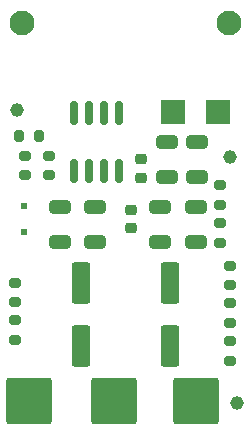
<source format=gbr>
%TF.GenerationSoftware,KiCad,Pcbnew,7.0.6-7.0.6~ubuntu22.04.1*%
%TF.CreationDate,2023-07-18T02:10:15-05:00*%
%TF.ProjectId,hydrophone_preamp,68796472-6f70-4686-9f6e-655f70726561,rev?*%
%TF.SameCoordinates,Original*%
%TF.FileFunction,Soldermask,Top*%
%TF.FilePolarity,Negative*%
%FSLAX46Y46*%
G04 Gerber Fmt 4.6, Leading zero omitted, Abs format (unit mm)*
G04 Created by KiCad (PCBNEW 7.0.6-7.0.6~ubuntu22.04.1) date 2023-07-18 02:10:15*
%MOMM*%
%LPD*%
G01*
G04 APERTURE LIST*
G04 Aperture macros list*
%AMRoundRect*
0 Rectangle with rounded corners*
0 $1 Rounding radius*
0 $2 $3 $4 $5 $6 $7 $8 $9 X,Y pos of 4 corners*
0 Add a 4 corners polygon primitive as box body*
4,1,4,$2,$3,$4,$5,$6,$7,$8,$9,$2,$3,0*
0 Add four circle primitives for the rounded corners*
1,1,$1+$1,$2,$3*
1,1,$1+$1,$4,$5*
1,1,$1+$1,$6,$7*
1,1,$1+$1,$8,$9*
0 Add four rect primitives between the rounded corners*
20,1,$1+$1,$2,$3,$4,$5,0*
20,1,$1+$1,$4,$5,$6,$7,0*
20,1,$1+$1,$6,$7,$8,$9,0*
20,1,$1+$1,$8,$9,$2,$3,0*%
G04 Aperture macros list end*
%ADD10C,2.100000*%
%ADD11RoundRect,0.250000X0.550000X-1.500000X0.550000X1.500000X-0.550000X1.500000X-0.550000X-1.500000X0*%
%ADD12RoundRect,0.250002X-1.699998X-1.699998X1.699998X-1.699998X1.699998X1.699998X-1.699998X1.699998X0*%
%ADD13C,1.152000*%
%ADD14R,0.500000X0.500000*%
%ADD15RoundRect,0.200000X0.275000X-0.200000X0.275000X0.200000X-0.275000X0.200000X-0.275000X-0.200000X0*%
%ADD16RoundRect,0.250000X0.650000X-0.325000X0.650000X0.325000X-0.650000X0.325000X-0.650000X-0.325000X0*%
%ADD17RoundRect,0.250001X-0.799999X-0.799999X0.799999X-0.799999X0.799999X0.799999X-0.799999X0.799999X0*%
%ADD18RoundRect,0.200000X-0.275000X0.200000X-0.275000X-0.200000X0.275000X-0.200000X0.275000X0.200000X0*%
%ADD19RoundRect,0.225000X0.250000X-0.225000X0.250000X0.225000X-0.250000X0.225000X-0.250000X-0.225000X0*%
%ADD20RoundRect,0.150000X-0.150000X0.825000X-0.150000X-0.825000X0.150000X-0.825000X0.150000X0.825000X0*%
%ADD21RoundRect,0.200000X-0.200000X-0.275000X0.200000X-0.275000X0.200000X0.275000X-0.200000X0.275000X0*%
G04 APERTURE END LIST*
D10*
%TO.C,REF\u002A\u002A*%
X138699860Y-94400000D03*
%TD*%
%TO.C,REF\u002A\u002A*%
X121200000Y-94400000D03*
%TD*%
D11*
%TO.C,C4*%
X126200000Y-121800000D03*
X126200000Y-116400000D03*
%TD*%
D12*
%TO.C,J3*%
X121800000Y-126400000D03*
%TD*%
D13*
%TO.C,REF\u002A\u002A*%
X120800000Y-101800000D03*
%TD*%
D14*
%TO.C,D1*%
X121400480Y-112100000D03*
X121400480Y-109900000D03*
%TD*%
D15*
%TO.C,R8*%
X138800000Y-116625000D03*
X138800000Y-114975000D03*
%TD*%
D16*
%TO.C,C7*%
X124400480Y-112975000D03*
X124400480Y-110025000D03*
%TD*%
D17*
%TO.C,J6*%
X137800000Y-102000000D03*
%TD*%
D18*
%TO.C,R10*%
X120600000Y-119575000D03*
X120600000Y-121225000D03*
%TD*%
%TO.C,R9*%
X138800000Y-121375000D03*
X138800000Y-123025000D03*
%TD*%
D19*
%TO.C,C5*%
X131250000Y-107525000D03*
X131250000Y-105975000D03*
%TD*%
D18*
%TO.C,R6*%
X138800000Y-118175000D03*
X138800000Y-119825000D03*
%TD*%
D15*
%TO.C,R3*%
X123500000Y-107325000D03*
X123500000Y-105675000D03*
%TD*%
D12*
%TO.C,J1*%
X135900000Y-126400000D03*
%TD*%
D17*
%TO.C,J7*%
X134000000Y-102000000D03*
%TD*%
D19*
%TO.C,C10*%
X130400480Y-111775000D03*
X130400480Y-110225000D03*
%TD*%
D13*
%TO.C,REF\u002A\u002A*%
X139400000Y-126600000D03*
%TD*%
D18*
%TO.C,R4*%
X138000480Y-108175000D03*
X138000480Y-109825000D03*
%TD*%
D11*
%TO.C,C3*%
X133700000Y-121800000D03*
X133700000Y-116400000D03*
%TD*%
D13*
%TO.C,REF\u002A\u002A*%
X138800000Y-105800000D03*
%TD*%
D16*
%TO.C,C2*%
X135900480Y-112975000D03*
X135900480Y-110025000D03*
%TD*%
D12*
%TO.C,J2*%
X129000000Y-126400000D03*
%TD*%
D16*
%TO.C,C9*%
X127400480Y-112975000D03*
X127400480Y-110025000D03*
%TD*%
%TO.C,C8*%
X136000000Y-107475000D03*
X136000000Y-104525000D03*
%TD*%
D18*
%TO.C,R7*%
X120600000Y-116425000D03*
X120600000Y-118075000D03*
%TD*%
D15*
%TO.C,R5*%
X138000480Y-113025000D03*
X138000480Y-111375000D03*
%TD*%
D18*
%TO.C,R2*%
X121500000Y-105675000D03*
X121500000Y-107325000D03*
%TD*%
D16*
%TO.C,C6*%
X133500000Y-107475000D03*
X133500000Y-104525000D03*
%TD*%
%TO.C,C1*%
X132900480Y-112975000D03*
X132900480Y-110025000D03*
%TD*%
D20*
%TO.C,U1*%
X129405000Y-102025000D03*
X128135000Y-102025000D03*
X126865000Y-102025000D03*
X125595000Y-102025000D03*
X125595000Y-106975000D03*
X126865000Y-106975000D03*
X128135000Y-106975000D03*
X129405000Y-106975000D03*
%TD*%
D21*
%TO.C,R1*%
X120975000Y-104000000D03*
X122625000Y-104000000D03*
%TD*%
M02*

</source>
